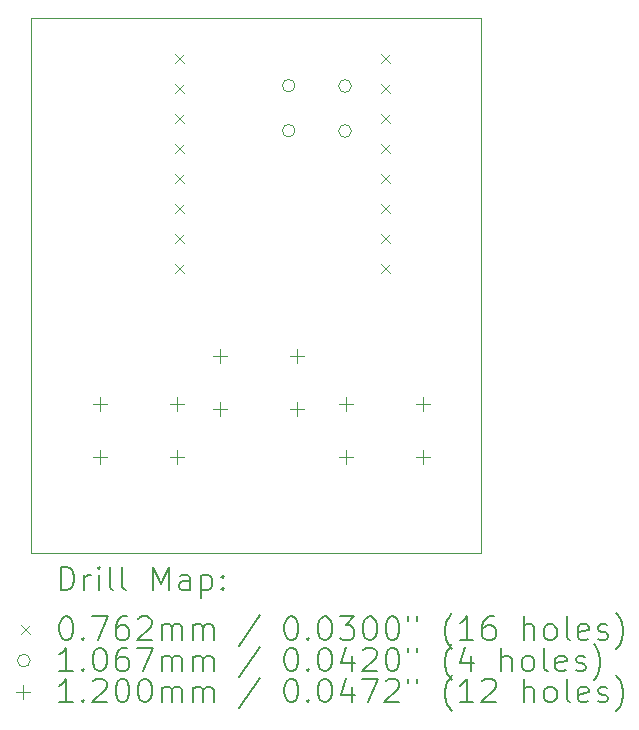
<source format=gbr>
%TF.GenerationSoftware,KiCad,Pcbnew,(6.0.8)*%
%TF.CreationDate,2024-10-24T13:16:37+05:30*%
%TF.ProjectId,mp3_player,6d70335f-706c-4617-9965-722e6b696361,rev?*%
%TF.SameCoordinates,Original*%
%TF.FileFunction,Drillmap*%
%TF.FilePolarity,Positive*%
%FSLAX45Y45*%
G04 Gerber Fmt 4.5, Leading zero omitted, Abs format (unit mm)*
G04 Created by KiCad (PCBNEW (6.0.8)) date 2024-10-24 13:16:37*
%MOMM*%
%LPD*%
G01*
G04 APERTURE LIST*
%ADD10C,0.101600*%
%ADD11C,0.200000*%
%ADD12C,0.076200*%
%ADD13C,0.106680*%
%ADD14C,0.120000*%
G04 APERTURE END LIST*
D10*
X12750800Y-7533693D02*
X16560800Y-7533693D01*
X16560800Y-7533693D02*
X16560800Y-12065000D01*
X16560800Y-12065000D02*
X12750800Y-12065000D01*
X12750800Y-12065000D02*
X12750800Y-7533693D01*
D11*
D12*
X13970550Y-7835635D02*
X14046750Y-7911835D01*
X14046750Y-7835635D02*
X13970550Y-7911835D01*
X13970550Y-8089635D02*
X14046750Y-8165835D01*
X14046750Y-8089635D02*
X13970550Y-8165835D01*
X13970550Y-8343635D02*
X14046750Y-8419835D01*
X14046750Y-8343635D02*
X13970550Y-8419835D01*
X13970550Y-8597635D02*
X14046750Y-8673835D01*
X14046750Y-8597635D02*
X13970550Y-8673835D01*
X13970550Y-8851635D02*
X14046750Y-8927835D01*
X14046750Y-8851635D02*
X13970550Y-8927835D01*
X13970550Y-9105635D02*
X14046750Y-9181835D01*
X14046750Y-9105635D02*
X13970550Y-9181835D01*
X13970550Y-9359635D02*
X14046750Y-9435835D01*
X14046750Y-9359635D02*
X13970550Y-9435835D01*
X13970550Y-9613635D02*
X14046750Y-9689835D01*
X14046750Y-9613635D02*
X13970550Y-9689835D01*
X15716550Y-7835635D02*
X15792750Y-7911835D01*
X15792750Y-7835635D02*
X15716550Y-7911835D01*
X15716550Y-8089635D02*
X15792750Y-8165835D01*
X15792750Y-8089635D02*
X15716550Y-8165835D01*
X15716550Y-8343635D02*
X15792750Y-8419835D01*
X15792750Y-8343635D02*
X15716550Y-8419835D01*
X15716550Y-8597635D02*
X15792750Y-8673835D01*
X15792750Y-8597635D02*
X15716550Y-8673835D01*
X15716550Y-8851635D02*
X15792750Y-8927835D01*
X15792750Y-8851635D02*
X15716550Y-8927835D01*
X15716550Y-9105635D02*
X15792750Y-9181835D01*
X15792750Y-9105635D02*
X15716550Y-9181835D01*
X15716550Y-9359635D02*
X15792750Y-9435835D01*
X15792750Y-9359635D02*
X15716550Y-9435835D01*
X15716550Y-9613635D02*
X15792750Y-9689835D01*
X15792750Y-9613635D02*
X15716550Y-9689835D01*
D13*
X14988598Y-8106872D02*
G75*
G03*
X14988598Y-8106872I-53340J0D01*
G01*
X14988598Y-8487872D02*
G75*
G03*
X14988598Y-8487872I-53340J0D01*
G01*
X15465087Y-8109421D02*
G75*
G03*
X15465087Y-8109421I-53340J0D01*
G01*
X15465087Y-8490421D02*
G75*
G03*
X15465087Y-8490421I-53340J0D01*
G01*
D14*
X13340200Y-10738600D02*
X13340200Y-10858600D01*
X13280200Y-10798600D02*
X13400200Y-10798600D01*
X13340200Y-11188600D02*
X13340200Y-11308600D01*
X13280200Y-11248600D02*
X13400200Y-11248600D01*
X13990200Y-10738600D02*
X13990200Y-10858600D01*
X13930200Y-10798600D02*
X14050200Y-10798600D01*
X13990200Y-11188600D02*
X13990200Y-11308600D01*
X13930200Y-11248600D02*
X14050200Y-11248600D01*
X14356200Y-10332200D02*
X14356200Y-10452200D01*
X14296200Y-10392200D02*
X14416200Y-10392200D01*
X14356200Y-10782200D02*
X14356200Y-10902200D01*
X14296200Y-10842200D02*
X14416200Y-10842200D01*
X15006200Y-10332200D02*
X15006200Y-10452200D01*
X14946200Y-10392200D02*
X15066200Y-10392200D01*
X15006200Y-10782200D02*
X15006200Y-10902200D01*
X14946200Y-10842200D02*
X15066200Y-10842200D01*
X15423000Y-10738600D02*
X15423000Y-10858600D01*
X15363000Y-10798600D02*
X15483000Y-10798600D01*
X15423000Y-11188600D02*
X15423000Y-11308600D01*
X15363000Y-11248600D02*
X15483000Y-11248600D01*
X16073000Y-10738600D02*
X16073000Y-10858600D01*
X16013000Y-10798600D02*
X16133000Y-10798600D01*
X16073000Y-11188600D02*
X16073000Y-11308600D01*
X16013000Y-11248600D02*
X16133000Y-11248600D01*
D11*
X13003339Y-12380556D02*
X13003339Y-12180556D01*
X13050958Y-12180556D01*
X13079529Y-12190080D01*
X13098577Y-12209128D01*
X13108101Y-12228175D01*
X13117625Y-12266270D01*
X13117625Y-12294842D01*
X13108101Y-12332937D01*
X13098577Y-12351985D01*
X13079529Y-12371032D01*
X13050958Y-12380556D01*
X13003339Y-12380556D01*
X13203339Y-12380556D02*
X13203339Y-12247223D01*
X13203339Y-12285318D02*
X13212863Y-12266270D01*
X13222387Y-12256747D01*
X13241434Y-12247223D01*
X13260482Y-12247223D01*
X13327148Y-12380556D02*
X13327148Y-12247223D01*
X13327148Y-12180556D02*
X13317625Y-12190080D01*
X13327148Y-12199604D01*
X13336672Y-12190080D01*
X13327148Y-12180556D01*
X13327148Y-12199604D01*
X13450958Y-12380556D02*
X13431910Y-12371032D01*
X13422387Y-12351985D01*
X13422387Y-12180556D01*
X13555720Y-12380556D02*
X13536672Y-12371032D01*
X13527148Y-12351985D01*
X13527148Y-12180556D01*
X13784291Y-12380556D02*
X13784291Y-12180556D01*
X13850958Y-12323413D01*
X13917625Y-12180556D01*
X13917625Y-12380556D01*
X14098577Y-12380556D02*
X14098577Y-12275794D01*
X14089053Y-12256747D01*
X14070006Y-12247223D01*
X14031910Y-12247223D01*
X14012863Y-12256747D01*
X14098577Y-12371032D02*
X14079529Y-12380556D01*
X14031910Y-12380556D01*
X14012863Y-12371032D01*
X14003339Y-12351985D01*
X14003339Y-12332937D01*
X14012863Y-12313889D01*
X14031910Y-12304366D01*
X14079529Y-12304366D01*
X14098577Y-12294842D01*
X14193815Y-12247223D02*
X14193815Y-12447223D01*
X14193815Y-12256747D02*
X14212863Y-12247223D01*
X14250958Y-12247223D01*
X14270006Y-12256747D01*
X14279529Y-12266270D01*
X14289053Y-12285318D01*
X14289053Y-12342461D01*
X14279529Y-12361508D01*
X14270006Y-12371032D01*
X14250958Y-12380556D01*
X14212863Y-12380556D01*
X14193815Y-12371032D01*
X14374768Y-12361508D02*
X14384291Y-12371032D01*
X14374768Y-12380556D01*
X14365244Y-12371032D01*
X14374768Y-12361508D01*
X14374768Y-12380556D01*
X14374768Y-12256747D02*
X14384291Y-12266270D01*
X14374768Y-12275794D01*
X14365244Y-12266270D01*
X14374768Y-12256747D01*
X14374768Y-12275794D01*
D12*
X12669520Y-12671980D02*
X12745720Y-12748180D01*
X12745720Y-12671980D02*
X12669520Y-12748180D01*
D11*
X13041434Y-12600556D02*
X13060482Y-12600556D01*
X13079529Y-12610080D01*
X13089053Y-12619604D01*
X13098577Y-12638651D01*
X13108101Y-12676747D01*
X13108101Y-12724366D01*
X13098577Y-12762461D01*
X13089053Y-12781508D01*
X13079529Y-12791032D01*
X13060482Y-12800556D01*
X13041434Y-12800556D01*
X13022387Y-12791032D01*
X13012863Y-12781508D01*
X13003339Y-12762461D01*
X12993815Y-12724366D01*
X12993815Y-12676747D01*
X13003339Y-12638651D01*
X13012863Y-12619604D01*
X13022387Y-12610080D01*
X13041434Y-12600556D01*
X13193815Y-12781508D02*
X13203339Y-12791032D01*
X13193815Y-12800556D01*
X13184291Y-12791032D01*
X13193815Y-12781508D01*
X13193815Y-12800556D01*
X13270006Y-12600556D02*
X13403339Y-12600556D01*
X13317625Y-12800556D01*
X13565244Y-12600556D02*
X13527148Y-12600556D01*
X13508101Y-12610080D01*
X13498577Y-12619604D01*
X13479529Y-12648175D01*
X13470006Y-12686270D01*
X13470006Y-12762461D01*
X13479529Y-12781508D01*
X13489053Y-12791032D01*
X13508101Y-12800556D01*
X13546196Y-12800556D01*
X13565244Y-12791032D01*
X13574768Y-12781508D01*
X13584291Y-12762461D01*
X13584291Y-12714842D01*
X13574768Y-12695794D01*
X13565244Y-12686270D01*
X13546196Y-12676747D01*
X13508101Y-12676747D01*
X13489053Y-12686270D01*
X13479529Y-12695794D01*
X13470006Y-12714842D01*
X13660482Y-12619604D02*
X13670006Y-12610080D01*
X13689053Y-12600556D01*
X13736672Y-12600556D01*
X13755720Y-12610080D01*
X13765244Y-12619604D01*
X13774768Y-12638651D01*
X13774768Y-12657699D01*
X13765244Y-12686270D01*
X13650958Y-12800556D01*
X13774768Y-12800556D01*
X13860482Y-12800556D02*
X13860482Y-12667223D01*
X13860482Y-12686270D02*
X13870006Y-12676747D01*
X13889053Y-12667223D01*
X13917625Y-12667223D01*
X13936672Y-12676747D01*
X13946196Y-12695794D01*
X13946196Y-12800556D01*
X13946196Y-12695794D02*
X13955720Y-12676747D01*
X13974768Y-12667223D01*
X14003339Y-12667223D01*
X14022387Y-12676747D01*
X14031910Y-12695794D01*
X14031910Y-12800556D01*
X14127148Y-12800556D02*
X14127148Y-12667223D01*
X14127148Y-12686270D02*
X14136672Y-12676747D01*
X14155720Y-12667223D01*
X14184291Y-12667223D01*
X14203339Y-12676747D01*
X14212863Y-12695794D01*
X14212863Y-12800556D01*
X14212863Y-12695794D02*
X14222387Y-12676747D01*
X14241434Y-12667223D01*
X14270006Y-12667223D01*
X14289053Y-12676747D01*
X14298577Y-12695794D01*
X14298577Y-12800556D01*
X14689053Y-12591032D02*
X14517625Y-12848175D01*
X14946196Y-12600556D02*
X14965244Y-12600556D01*
X14984291Y-12610080D01*
X14993815Y-12619604D01*
X15003339Y-12638651D01*
X15012863Y-12676747D01*
X15012863Y-12724366D01*
X15003339Y-12762461D01*
X14993815Y-12781508D01*
X14984291Y-12791032D01*
X14965244Y-12800556D01*
X14946196Y-12800556D01*
X14927148Y-12791032D01*
X14917625Y-12781508D01*
X14908101Y-12762461D01*
X14898577Y-12724366D01*
X14898577Y-12676747D01*
X14908101Y-12638651D01*
X14917625Y-12619604D01*
X14927148Y-12610080D01*
X14946196Y-12600556D01*
X15098577Y-12781508D02*
X15108101Y-12791032D01*
X15098577Y-12800556D01*
X15089053Y-12791032D01*
X15098577Y-12781508D01*
X15098577Y-12800556D01*
X15231910Y-12600556D02*
X15250958Y-12600556D01*
X15270006Y-12610080D01*
X15279529Y-12619604D01*
X15289053Y-12638651D01*
X15298577Y-12676747D01*
X15298577Y-12724366D01*
X15289053Y-12762461D01*
X15279529Y-12781508D01*
X15270006Y-12791032D01*
X15250958Y-12800556D01*
X15231910Y-12800556D01*
X15212863Y-12791032D01*
X15203339Y-12781508D01*
X15193815Y-12762461D01*
X15184291Y-12724366D01*
X15184291Y-12676747D01*
X15193815Y-12638651D01*
X15203339Y-12619604D01*
X15212863Y-12610080D01*
X15231910Y-12600556D01*
X15365244Y-12600556D02*
X15489053Y-12600556D01*
X15422387Y-12676747D01*
X15450958Y-12676747D01*
X15470006Y-12686270D01*
X15479529Y-12695794D01*
X15489053Y-12714842D01*
X15489053Y-12762461D01*
X15479529Y-12781508D01*
X15470006Y-12791032D01*
X15450958Y-12800556D01*
X15393815Y-12800556D01*
X15374768Y-12791032D01*
X15365244Y-12781508D01*
X15612863Y-12600556D02*
X15631910Y-12600556D01*
X15650958Y-12610080D01*
X15660482Y-12619604D01*
X15670006Y-12638651D01*
X15679529Y-12676747D01*
X15679529Y-12724366D01*
X15670006Y-12762461D01*
X15660482Y-12781508D01*
X15650958Y-12791032D01*
X15631910Y-12800556D01*
X15612863Y-12800556D01*
X15593815Y-12791032D01*
X15584291Y-12781508D01*
X15574768Y-12762461D01*
X15565244Y-12724366D01*
X15565244Y-12676747D01*
X15574768Y-12638651D01*
X15584291Y-12619604D01*
X15593815Y-12610080D01*
X15612863Y-12600556D01*
X15803339Y-12600556D02*
X15822387Y-12600556D01*
X15841434Y-12610080D01*
X15850958Y-12619604D01*
X15860482Y-12638651D01*
X15870006Y-12676747D01*
X15870006Y-12724366D01*
X15860482Y-12762461D01*
X15850958Y-12781508D01*
X15841434Y-12791032D01*
X15822387Y-12800556D01*
X15803339Y-12800556D01*
X15784291Y-12791032D01*
X15774768Y-12781508D01*
X15765244Y-12762461D01*
X15755720Y-12724366D01*
X15755720Y-12676747D01*
X15765244Y-12638651D01*
X15774768Y-12619604D01*
X15784291Y-12610080D01*
X15803339Y-12600556D01*
X15946196Y-12600556D02*
X15946196Y-12638651D01*
X16022387Y-12600556D02*
X16022387Y-12638651D01*
X16317625Y-12876747D02*
X16308101Y-12867223D01*
X16289053Y-12838651D01*
X16279529Y-12819604D01*
X16270006Y-12791032D01*
X16260482Y-12743413D01*
X16260482Y-12705318D01*
X16270006Y-12657699D01*
X16279529Y-12629128D01*
X16289053Y-12610080D01*
X16308101Y-12581508D01*
X16317625Y-12571985D01*
X16498577Y-12800556D02*
X16384291Y-12800556D01*
X16441434Y-12800556D02*
X16441434Y-12600556D01*
X16422387Y-12629128D01*
X16403339Y-12648175D01*
X16384291Y-12657699D01*
X16670006Y-12600556D02*
X16631910Y-12600556D01*
X16612863Y-12610080D01*
X16603339Y-12619604D01*
X16584291Y-12648175D01*
X16574768Y-12686270D01*
X16574768Y-12762461D01*
X16584291Y-12781508D01*
X16593815Y-12791032D01*
X16612863Y-12800556D01*
X16650958Y-12800556D01*
X16670006Y-12791032D01*
X16679529Y-12781508D01*
X16689053Y-12762461D01*
X16689053Y-12714842D01*
X16679529Y-12695794D01*
X16670006Y-12686270D01*
X16650958Y-12676747D01*
X16612863Y-12676747D01*
X16593815Y-12686270D01*
X16584291Y-12695794D01*
X16574768Y-12714842D01*
X16927149Y-12800556D02*
X16927149Y-12600556D01*
X17012863Y-12800556D02*
X17012863Y-12695794D01*
X17003339Y-12676747D01*
X16984291Y-12667223D01*
X16955720Y-12667223D01*
X16936672Y-12676747D01*
X16927149Y-12686270D01*
X17136672Y-12800556D02*
X17117625Y-12791032D01*
X17108101Y-12781508D01*
X17098577Y-12762461D01*
X17098577Y-12705318D01*
X17108101Y-12686270D01*
X17117625Y-12676747D01*
X17136672Y-12667223D01*
X17165244Y-12667223D01*
X17184291Y-12676747D01*
X17193815Y-12686270D01*
X17203339Y-12705318D01*
X17203339Y-12762461D01*
X17193815Y-12781508D01*
X17184291Y-12791032D01*
X17165244Y-12800556D01*
X17136672Y-12800556D01*
X17317625Y-12800556D02*
X17298577Y-12791032D01*
X17289053Y-12771985D01*
X17289053Y-12600556D01*
X17470006Y-12791032D02*
X17450958Y-12800556D01*
X17412863Y-12800556D01*
X17393815Y-12791032D01*
X17384291Y-12771985D01*
X17384291Y-12695794D01*
X17393815Y-12676747D01*
X17412863Y-12667223D01*
X17450958Y-12667223D01*
X17470006Y-12676747D01*
X17479530Y-12695794D01*
X17479530Y-12714842D01*
X17384291Y-12733889D01*
X17555720Y-12791032D02*
X17574768Y-12800556D01*
X17612863Y-12800556D01*
X17631910Y-12791032D01*
X17641434Y-12771985D01*
X17641434Y-12762461D01*
X17631910Y-12743413D01*
X17612863Y-12733889D01*
X17584291Y-12733889D01*
X17565244Y-12724366D01*
X17555720Y-12705318D01*
X17555720Y-12695794D01*
X17565244Y-12676747D01*
X17584291Y-12667223D01*
X17612863Y-12667223D01*
X17631910Y-12676747D01*
X17708101Y-12876747D02*
X17717625Y-12867223D01*
X17736672Y-12838651D01*
X17746196Y-12819604D01*
X17755720Y-12791032D01*
X17765244Y-12743413D01*
X17765244Y-12705318D01*
X17755720Y-12657699D01*
X17746196Y-12629128D01*
X17736672Y-12610080D01*
X17717625Y-12581508D01*
X17708101Y-12571985D01*
D13*
X12745720Y-12974080D02*
G75*
G03*
X12745720Y-12974080I-53340J0D01*
G01*
D11*
X13108101Y-13064556D02*
X12993815Y-13064556D01*
X13050958Y-13064556D02*
X13050958Y-12864556D01*
X13031910Y-12893128D01*
X13012863Y-12912175D01*
X12993815Y-12921699D01*
X13193815Y-13045508D02*
X13203339Y-13055032D01*
X13193815Y-13064556D01*
X13184291Y-13055032D01*
X13193815Y-13045508D01*
X13193815Y-13064556D01*
X13327148Y-12864556D02*
X13346196Y-12864556D01*
X13365244Y-12874080D01*
X13374768Y-12883604D01*
X13384291Y-12902651D01*
X13393815Y-12940747D01*
X13393815Y-12988366D01*
X13384291Y-13026461D01*
X13374768Y-13045508D01*
X13365244Y-13055032D01*
X13346196Y-13064556D01*
X13327148Y-13064556D01*
X13308101Y-13055032D01*
X13298577Y-13045508D01*
X13289053Y-13026461D01*
X13279529Y-12988366D01*
X13279529Y-12940747D01*
X13289053Y-12902651D01*
X13298577Y-12883604D01*
X13308101Y-12874080D01*
X13327148Y-12864556D01*
X13565244Y-12864556D02*
X13527148Y-12864556D01*
X13508101Y-12874080D01*
X13498577Y-12883604D01*
X13479529Y-12912175D01*
X13470006Y-12950270D01*
X13470006Y-13026461D01*
X13479529Y-13045508D01*
X13489053Y-13055032D01*
X13508101Y-13064556D01*
X13546196Y-13064556D01*
X13565244Y-13055032D01*
X13574768Y-13045508D01*
X13584291Y-13026461D01*
X13584291Y-12978842D01*
X13574768Y-12959794D01*
X13565244Y-12950270D01*
X13546196Y-12940747D01*
X13508101Y-12940747D01*
X13489053Y-12950270D01*
X13479529Y-12959794D01*
X13470006Y-12978842D01*
X13650958Y-12864556D02*
X13784291Y-12864556D01*
X13698577Y-13064556D01*
X13860482Y-13064556D02*
X13860482Y-12931223D01*
X13860482Y-12950270D02*
X13870006Y-12940747D01*
X13889053Y-12931223D01*
X13917625Y-12931223D01*
X13936672Y-12940747D01*
X13946196Y-12959794D01*
X13946196Y-13064556D01*
X13946196Y-12959794D02*
X13955720Y-12940747D01*
X13974768Y-12931223D01*
X14003339Y-12931223D01*
X14022387Y-12940747D01*
X14031910Y-12959794D01*
X14031910Y-13064556D01*
X14127148Y-13064556D02*
X14127148Y-12931223D01*
X14127148Y-12950270D02*
X14136672Y-12940747D01*
X14155720Y-12931223D01*
X14184291Y-12931223D01*
X14203339Y-12940747D01*
X14212863Y-12959794D01*
X14212863Y-13064556D01*
X14212863Y-12959794D02*
X14222387Y-12940747D01*
X14241434Y-12931223D01*
X14270006Y-12931223D01*
X14289053Y-12940747D01*
X14298577Y-12959794D01*
X14298577Y-13064556D01*
X14689053Y-12855032D02*
X14517625Y-13112175D01*
X14946196Y-12864556D02*
X14965244Y-12864556D01*
X14984291Y-12874080D01*
X14993815Y-12883604D01*
X15003339Y-12902651D01*
X15012863Y-12940747D01*
X15012863Y-12988366D01*
X15003339Y-13026461D01*
X14993815Y-13045508D01*
X14984291Y-13055032D01*
X14965244Y-13064556D01*
X14946196Y-13064556D01*
X14927148Y-13055032D01*
X14917625Y-13045508D01*
X14908101Y-13026461D01*
X14898577Y-12988366D01*
X14898577Y-12940747D01*
X14908101Y-12902651D01*
X14917625Y-12883604D01*
X14927148Y-12874080D01*
X14946196Y-12864556D01*
X15098577Y-13045508D02*
X15108101Y-13055032D01*
X15098577Y-13064556D01*
X15089053Y-13055032D01*
X15098577Y-13045508D01*
X15098577Y-13064556D01*
X15231910Y-12864556D02*
X15250958Y-12864556D01*
X15270006Y-12874080D01*
X15279529Y-12883604D01*
X15289053Y-12902651D01*
X15298577Y-12940747D01*
X15298577Y-12988366D01*
X15289053Y-13026461D01*
X15279529Y-13045508D01*
X15270006Y-13055032D01*
X15250958Y-13064556D01*
X15231910Y-13064556D01*
X15212863Y-13055032D01*
X15203339Y-13045508D01*
X15193815Y-13026461D01*
X15184291Y-12988366D01*
X15184291Y-12940747D01*
X15193815Y-12902651D01*
X15203339Y-12883604D01*
X15212863Y-12874080D01*
X15231910Y-12864556D01*
X15470006Y-12931223D02*
X15470006Y-13064556D01*
X15422387Y-12855032D02*
X15374768Y-12997889D01*
X15498577Y-12997889D01*
X15565244Y-12883604D02*
X15574768Y-12874080D01*
X15593815Y-12864556D01*
X15641434Y-12864556D01*
X15660482Y-12874080D01*
X15670006Y-12883604D01*
X15679529Y-12902651D01*
X15679529Y-12921699D01*
X15670006Y-12950270D01*
X15555720Y-13064556D01*
X15679529Y-13064556D01*
X15803339Y-12864556D02*
X15822387Y-12864556D01*
X15841434Y-12874080D01*
X15850958Y-12883604D01*
X15860482Y-12902651D01*
X15870006Y-12940747D01*
X15870006Y-12988366D01*
X15860482Y-13026461D01*
X15850958Y-13045508D01*
X15841434Y-13055032D01*
X15822387Y-13064556D01*
X15803339Y-13064556D01*
X15784291Y-13055032D01*
X15774768Y-13045508D01*
X15765244Y-13026461D01*
X15755720Y-12988366D01*
X15755720Y-12940747D01*
X15765244Y-12902651D01*
X15774768Y-12883604D01*
X15784291Y-12874080D01*
X15803339Y-12864556D01*
X15946196Y-12864556D02*
X15946196Y-12902651D01*
X16022387Y-12864556D02*
X16022387Y-12902651D01*
X16317625Y-13140747D02*
X16308101Y-13131223D01*
X16289053Y-13102651D01*
X16279529Y-13083604D01*
X16270006Y-13055032D01*
X16260482Y-13007413D01*
X16260482Y-12969318D01*
X16270006Y-12921699D01*
X16279529Y-12893128D01*
X16289053Y-12874080D01*
X16308101Y-12845508D01*
X16317625Y-12835985D01*
X16479529Y-12931223D02*
X16479529Y-13064556D01*
X16431910Y-12855032D02*
X16384291Y-12997889D01*
X16508101Y-12997889D01*
X16736672Y-13064556D02*
X16736672Y-12864556D01*
X16822387Y-13064556D02*
X16822387Y-12959794D01*
X16812863Y-12940747D01*
X16793815Y-12931223D01*
X16765244Y-12931223D01*
X16746196Y-12940747D01*
X16736672Y-12950270D01*
X16946196Y-13064556D02*
X16927149Y-13055032D01*
X16917625Y-13045508D01*
X16908101Y-13026461D01*
X16908101Y-12969318D01*
X16917625Y-12950270D01*
X16927149Y-12940747D01*
X16946196Y-12931223D01*
X16974768Y-12931223D01*
X16993815Y-12940747D01*
X17003339Y-12950270D01*
X17012863Y-12969318D01*
X17012863Y-13026461D01*
X17003339Y-13045508D01*
X16993815Y-13055032D01*
X16974768Y-13064556D01*
X16946196Y-13064556D01*
X17127149Y-13064556D02*
X17108101Y-13055032D01*
X17098577Y-13035985D01*
X17098577Y-12864556D01*
X17279530Y-13055032D02*
X17260482Y-13064556D01*
X17222387Y-13064556D01*
X17203339Y-13055032D01*
X17193815Y-13035985D01*
X17193815Y-12959794D01*
X17203339Y-12940747D01*
X17222387Y-12931223D01*
X17260482Y-12931223D01*
X17279530Y-12940747D01*
X17289053Y-12959794D01*
X17289053Y-12978842D01*
X17193815Y-12997889D01*
X17365244Y-13055032D02*
X17384291Y-13064556D01*
X17422387Y-13064556D01*
X17441434Y-13055032D01*
X17450958Y-13035985D01*
X17450958Y-13026461D01*
X17441434Y-13007413D01*
X17422387Y-12997889D01*
X17393815Y-12997889D01*
X17374768Y-12988366D01*
X17365244Y-12969318D01*
X17365244Y-12959794D01*
X17374768Y-12940747D01*
X17393815Y-12931223D01*
X17422387Y-12931223D01*
X17441434Y-12940747D01*
X17517625Y-13140747D02*
X17527149Y-13131223D01*
X17546196Y-13102651D01*
X17555720Y-13083604D01*
X17565244Y-13055032D01*
X17574768Y-13007413D01*
X17574768Y-12969318D01*
X17565244Y-12921699D01*
X17555720Y-12893128D01*
X17546196Y-12874080D01*
X17527149Y-12845508D01*
X17517625Y-12835985D01*
D14*
X12685720Y-13178080D02*
X12685720Y-13298080D01*
X12625720Y-13238080D02*
X12745720Y-13238080D01*
D11*
X13108101Y-13328556D02*
X12993815Y-13328556D01*
X13050958Y-13328556D02*
X13050958Y-13128556D01*
X13031910Y-13157128D01*
X13012863Y-13176175D01*
X12993815Y-13185699D01*
X13193815Y-13309508D02*
X13203339Y-13319032D01*
X13193815Y-13328556D01*
X13184291Y-13319032D01*
X13193815Y-13309508D01*
X13193815Y-13328556D01*
X13279529Y-13147604D02*
X13289053Y-13138080D01*
X13308101Y-13128556D01*
X13355720Y-13128556D01*
X13374768Y-13138080D01*
X13384291Y-13147604D01*
X13393815Y-13166651D01*
X13393815Y-13185699D01*
X13384291Y-13214270D01*
X13270006Y-13328556D01*
X13393815Y-13328556D01*
X13517625Y-13128556D02*
X13536672Y-13128556D01*
X13555720Y-13138080D01*
X13565244Y-13147604D01*
X13574768Y-13166651D01*
X13584291Y-13204747D01*
X13584291Y-13252366D01*
X13574768Y-13290461D01*
X13565244Y-13309508D01*
X13555720Y-13319032D01*
X13536672Y-13328556D01*
X13517625Y-13328556D01*
X13498577Y-13319032D01*
X13489053Y-13309508D01*
X13479529Y-13290461D01*
X13470006Y-13252366D01*
X13470006Y-13204747D01*
X13479529Y-13166651D01*
X13489053Y-13147604D01*
X13498577Y-13138080D01*
X13517625Y-13128556D01*
X13708101Y-13128556D02*
X13727148Y-13128556D01*
X13746196Y-13138080D01*
X13755720Y-13147604D01*
X13765244Y-13166651D01*
X13774768Y-13204747D01*
X13774768Y-13252366D01*
X13765244Y-13290461D01*
X13755720Y-13309508D01*
X13746196Y-13319032D01*
X13727148Y-13328556D01*
X13708101Y-13328556D01*
X13689053Y-13319032D01*
X13679529Y-13309508D01*
X13670006Y-13290461D01*
X13660482Y-13252366D01*
X13660482Y-13204747D01*
X13670006Y-13166651D01*
X13679529Y-13147604D01*
X13689053Y-13138080D01*
X13708101Y-13128556D01*
X13860482Y-13328556D02*
X13860482Y-13195223D01*
X13860482Y-13214270D02*
X13870006Y-13204747D01*
X13889053Y-13195223D01*
X13917625Y-13195223D01*
X13936672Y-13204747D01*
X13946196Y-13223794D01*
X13946196Y-13328556D01*
X13946196Y-13223794D02*
X13955720Y-13204747D01*
X13974768Y-13195223D01*
X14003339Y-13195223D01*
X14022387Y-13204747D01*
X14031910Y-13223794D01*
X14031910Y-13328556D01*
X14127148Y-13328556D02*
X14127148Y-13195223D01*
X14127148Y-13214270D02*
X14136672Y-13204747D01*
X14155720Y-13195223D01*
X14184291Y-13195223D01*
X14203339Y-13204747D01*
X14212863Y-13223794D01*
X14212863Y-13328556D01*
X14212863Y-13223794D02*
X14222387Y-13204747D01*
X14241434Y-13195223D01*
X14270006Y-13195223D01*
X14289053Y-13204747D01*
X14298577Y-13223794D01*
X14298577Y-13328556D01*
X14689053Y-13119032D02*
X14517625Y-13376175D01*
X14946196Y-13128556D02*
X14965244Y-13128556D01*
X14984291Y-13138080D01*
X14993815Y-13147604D01*
X15003339Y-13166651D01*
X15012863Y-13204747D01*
X15012863Y-13252366D01*
X15003339Y-13290461D01*
X14993815Y-13309508D01*
X14984291Y-13319032D01*
X14965244Y-13328556D01*
X14946196Y-13328556D01*
X14927148Y-13319032D01*
X14917625Y-13309508D01*
X14908101Y-13290461D01*
X14898577Y-13252366D01*
X14898577Y-13204747D01*
X14908101Y-13166651D01*
X14917625Y-13147604D01*
X14927148Y-13138080D01*
X14946196Y-13128556D01*
X15098577Y-13309508D02*
X15108101Y-13319032D01*
X15098577Y-13328556D01*
X15089053Y-13319032D01*
X15098577Y-13309508D01*
X15098577Y-13328556D01*
X15231910Y-13128556D02*
X15250958Y-13128556D01*
X15270006Y-13138080D01*
X15279529Y-13147604D01*
X15289053Y-13166651D01*
X15298577Y-13204747D01*
X15298577Y-13252366D01*
X15289053Y-13290461D01*
X15279529Y-13309508D01*
X15270006Y-13319032D01*
X15250958Y-13328556D01*
X15231910Y-13328556D01*
X15212863Y-13319032D01*
X15203339Y-13309508D01*
X15193815Y-13290461D01*
X15184291Y-13252366D01*
X15184291Y-13204747D01*
X15193815Y-13166651D01*
X15203339Y-13147604D01*
X15212863Y-13138080D01*
X15231910Y-13128556D01*
X15470006Y-13195223D02*
X15470006Y-13328556D01*
X15422387Y-13119032D02*
X15374768Y-13261889D01*
X15498577Y-13261889D01*
X15555720Y-13128556D02*
X15689053Y-13128556D01*
X15603339Y-13328556D01*
X15755720Y-13147604D02*
X15765244Y-13138080D01*
X15784291Y-13128556D01*
X15831910Y-13128556D01*
X15850958Y-13138080D01*
X15860482Y-13147604D01*
X15870006Y-13166651D01*
X15870006Y-13185699D01*
X15860482Y-13214270D01*
X15746196Y-13328556D01*
X15870006Y-13328556D01*
X15946196Y-13128556D02*
X15946196Y-13166651D01*
X16022387Y-13128556D02*
X16022387Y-13166651D01*
X16317625Y-13404747D02*
X16308101Y-13395223D01*
X16289053Y-13366651D01*
X16279529Y-13347604D01*
X16270006Y-13319032D01*
X16260482Y-13271413D01*
X16260482Y-13233318D01*
X16270006Y-13185699D01*
X16279529Y-13157128D01*
X16289053Y-13138080D01*
X16308101Y-13109508D01*
X16317625Y-13099985D01*
X16498577Y-13328556D02*
X16384291Y-13328556D01*
X16441434Y-13328556D02*
X16441434Y-13128556D01*
X16422387Y-13157128D01*
X16403339Y-13176175D01*
X16384291Y-13185699D01*
X16574768Y-13147604D02*
X16584291Y-13138080D01*
X16603339Y-13128556D01*
X16650958Y-13128556D01*
X16670006Y-13138080D01*
X16679529Y-13147604D01*
X16689053Y-13166651D01*
X16689053Y-13185699D01*
X16679529Y-13214270D01*
X16565244Y-13328556D01*
X16689053Y-13328556D01*
X16927149Y-13328556D02*
X16927149Y-13128556D01*
X17012863Y-13328556D02*
X17012863Y-13223794D01*
X17003339Y-13204747D01*
X16984291Y-13195223D01*
X16955720Y-13195223D01*
X16936672Y-13204747D01*
X16927149Y-13214270D01*
X17136672Y-13328556D02*
X17117625Y-13319032D01*
X17108101Y-13309508D01*
X17098577Y-13290461D01*
X17098577Y-13233318D01*
X17108101Y-13214270D01*
X17117625Y-13204747D01*
X17136672Y-13195223D01*
X17165244Y-13195223D01*
X17184291Y-13204747D01*
X17193815Y-13214270D01*
X17203339Y-13233318D01*
X17203339Y-13290461D01*
X17193815Y-13309508D01*
X17184291Y-13319032D01*
X17165244Y-13328556D01*
X17136672Y-13328556D01*
X17317625Y-13328556D02*
X17298577Y-13319032D01*
X17289053Y-13299985D01*
X17289053Y-13128556D01*
X17470006Y-13319032D02*
X17450958Y-13328556D01*
X17412863Y-13328556D01*
X17393815Y-13319032D01*
X17384291Y-13299985D01*
X17384291Y-13223794D01*
X17393815Y-13204747D01*
X17412863Y-13195223D01*
X17450958Y-13195223D01*
X17470006Y-13204747D01*
X17479530Y-13223794D01*
X17479530Y-13242842D01*
X17384291Y-13261889D01*
X17555720Y-13319032D02*
X17574768Y-13328556D01*
X17612863Y-13328556D01*
X17631910Y-13319032D01*
X17641434Y-13299985D01*
X17641434Y-13290461D01*
X17631910Y-13271413D01*
X17612863Y-13261889D01*
X17584291Y-13261889D01*
X17565244Y-13252366D01*
X17555720Y-13233318D01*
X17555720Y-13223794D01*
X17565244Y-13204747D01*
X17584291Y-13195223D01*
X17612863Y-13195223D01*
X17631910Y-13204747D01*
X17708101Y-13404747D02*
X17717625Y-13395223D01*
X17736672Y-13366651D01*
X17746196Y-13347604D01*
X17755720Y-13319032D01*
X17765244Y-13271413D01*
X17765244Y-13233318D01*
X17755720Y-13185699D01*
X17746196Y-13157128D01*
X17736672Y-13138080D01*
X17717625Y-13109508D01*
X17708101Y-13099985D01*
M02*

</source>
